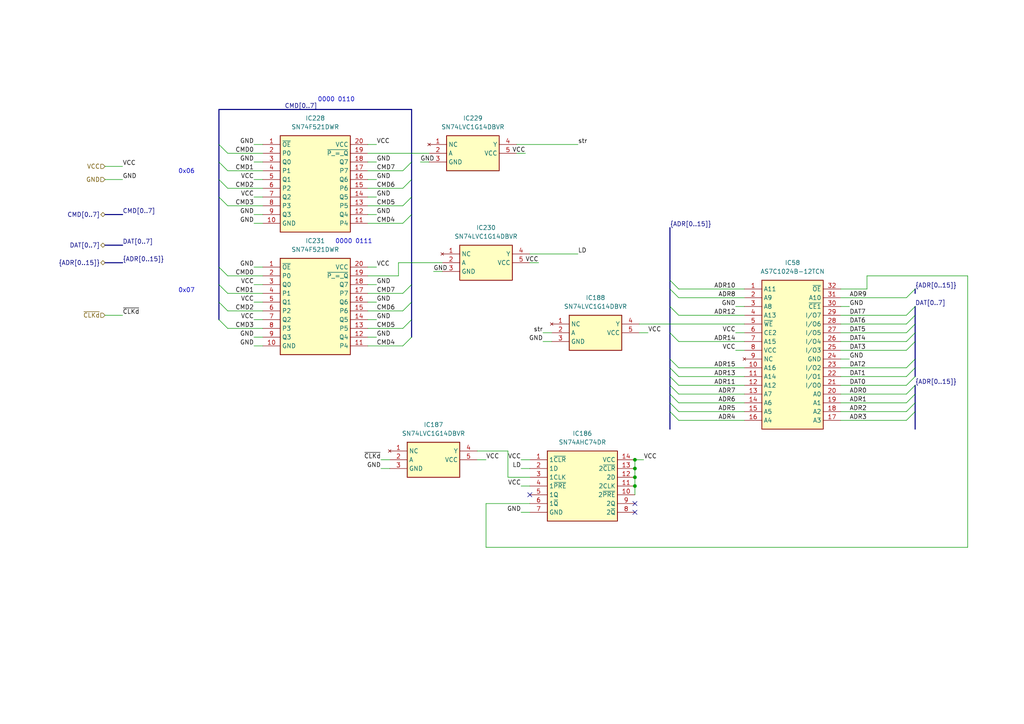
<source format=kicad_sch>
(kicad_sch (version 20250114) (generator "eeschema") (generator_version "9.0")
  (paper "A4")
  (lib_symbols
    (symbol "Samacsys:AS7C1024B-12TCN"
      (property "Reference" "IC" (at 24.13 7.62 0))
      (property "Value" "AS7C1024B-12TCN" (at 24.13 5.08 0))
      (symbol "AS7C1024B-12TCN_1_1"
        (rectangle (start 5.08 2.54) (end 22.86 -40.64) (stroke (width 0.254)) (fill (type background)))
        (pin passive line (at 0 0 0) (length 5.08) (name "A11") (number "1"))
        (pin passive line (at 0 -2.54 0) (length 5.08) (name "A9") (number "2"))
        (pin passive line (at 0 -5.08 0) (length 5.08) (name "A8") (number "3"))
        (pin passive line (at 0 -7.62 0) (length 5.08) (name "A13") (number "4"))
        (pin passive line (at 0 -10.16 0) (length 5.08) (name "~{WE}") (number "5"))
        (pin passive line (at 0 -12.7 0) (length 5.08) (name "CE2") (number "6"))
        (pin passive line (at 0 -15.24 0) (length 5.08) (name "A15") (number "7"))
        (pin passive line (at 0 -17.78 0) (length 5.08) (name "VCC") (number "8"))
        (pin no_connect line (at 0 -20.32 0) (length 5.08) (name "NC") (number "9"))
        (pin passive line (at 0 -22.86 0) (length 5.08) (name "A16") (number "10"))
        (pin passive line (at 0 -25.4 0) (length 5.08) (name "A14") (number "11"))
        (pin passive line (at 0 -27.94 0) (length 5.08) (name "A12") (number "12"))
        (pin passive line (at 0 -30.48 0) (length 5.08) (name "A7") (number "13"))
        (pin passive line (at 0 -33.02 0) (length 5.08) (name "A6") (number "14"))
        (pin passive line (at 0 -35.56 0) (length 5.08) (name "A5") (number "15"))
        (pin passive line (at 0 -38.1 0) (length 5.08) (name "A4") (number "16"))
        (pin passive line (at 27.94 0 180) (length 5.08) (name "~{OE}") (number "32"))
        (pin passive line (at 27.94 -2.54 180) (length 5.08) (name "A10") (number "31"))
        (pin passive line (at 27.94 -5.08 180) (length 5.08) (name "~{CE1}") (number "30"))
        (pin passive line (at 27.94 -7.62 180) (length 5.08) (name "I/O7") (number "29"))
        (pin passive line (at 27.94 -10.16 180) (length 5.08) (name "I/O6") (number "28"))
        (pin passive line (at 27.94 -12.7 180) (length 5.08) (name "I/O5") (number "27"))
        (pin passive line (at 27.94 -15.24 180) (length 5.08) (name "I/O4") (number "26"))
        (pin passive line (at 27.94 -17.78 180) (length 5.08) (name "I/O3") (number "25"))
        (pin passive line (at 27.94 -20.32 180) (length 5.08) (name "GND") (number "24"))
        (pin passive line (at 27.94 -22.86 180) (length 5.08) (name "I/O2") (number "23"))
        (pin passive line (at 27.94 -25.4 180) (length 5.08) (name "I/O1") (number "22"))
        (pin passive line (at 27.94 -27.94 180) (length 5.08) (name "I/O0") (number "21"))
        (pin passive line (at 27.94 -30.48 180) (length 5.08) (name "A0") (number "20"))
        (pin passive line (at 27.94 -33.02 180) (length 5.08) (name "A1") (number "19"))
        (pin passive line (at 27.94 -35.56 180) (length 5.08) (name "A2") (number "18"))
        (pin passive line (at 27.94 -38.1 180) (length 5.08) (name "A3") (number "17"))
      )
    )
    (symbol "Samacsys:SN74AHC74DR"
      (property "Reference" "IC" (at 26.67 7.62 0))
      (property "Value" "SN74AHC74DR" (at 26.67 5.08 0))
      (symbol "SN74AHC74DR_1_1"
        (rectangle (start 5.08 2.54) (end 25.4 -17.78) (stroke (width 0.254)) (fill (type background)))
        (pin passive line (at 0 0 0) (length 5.08) (name "1~{CLR}") (number "1"))
        (pin passive line (at 0 -2.54 0) (length 5.08) (name "1D") (number "2"))
        (pin passive line (at 0 -5.08 0) (length 5.08) (name "1CLK") (number "3"))
        (pin passive line (at 0 -7.62 0) (length 5.08) (name "1~{PRE}") (number "4"))
        (pin passive line (at 0 -10.16 0) (length 5.08) (name "1Q") (number "5"))
        (pin passive line (at 0 -12.7 0) (length 5.08) (name "1~{Q}") (number "6"))
        (pin passive line (at 0 -15.24 0) (length 5.08) (name "GND") (number "7"))
        (pin passive line (at 30.48 0 180) (length 5.08) (name "VCC") (number "14"))
        (pin passive line (at 30.48 -2.54 180) (length 5.08) (name "2~{CLR}") (number "13"))
        (pin passive line (at 30.48 -5.08 180) (length 5.08) (name "2D") (number "12"))
        (pin passive line (at 30.48 -7.62 180) (length 5.08) (name "2CLK") (number "11"))
        (pin passive line (at 30.48 -10.16 180) (length 5.08) (name "2~{PRE}") (number "10"))
        (pin passive line (at 30.48 -12.7 180) (length 5.08) (name "2Q") (number "9"))
        (pin passive line (at 30.48 -15.24 180) (length 5.08) (name "2~{Q}") (number "8"))
      )
    )
    (symbol "Samacsys:SN74F521DWR"
      (property "Reference" "IC" (at 26.67 7.62 0))
      (property "Value" "SN74F521DWR" (at 26.67 5.08 0))
      (symbol "SN74F521DWR_1_1"
        (rectangle (start 5.08 2.54) (end 25.4 -25.4) (stroke (width 0.254)) (fill (type background)))
        (pin passive line (at 0 0 0) (length 5.08) (name "~{OE}") (number "1"))
        (pin passive line (at 0 -2.54 0) (length 5.08) (name "P0") (number "2"))
        (pin passive line (at 0 -5.08 0) (length 5.08) (name "Q0") (number "3"))
        (pin passive line (at 0 -7.62 0) (length 5.08) (name "P1") (number "4"))
        (pin passive line (at 0 -10.16 0) (length 5.08) (name "Q1") (number "5"))
        (pin passive line (at 0 -12.7 0) (length 5.08) (name "P2") (number "6"))
        (pin passive line (at 0 -15.24 0) (length 5.08) (name "Q2") (number "7"))
        (pin passive line (at 0 -17.78 0) (length 5.08) (name "P3") (number "8"))
        (pin passive line (at 0 -20.32 0) (length 5.08) (name "Q3") (number "9"))
        (pin passive line (at 0 -22.86 0) (length 5.08) (name "GND") (number "10"))
        (pin passive line (at 30.48 0 180) (length 5.08) (name "VCC") (number "20"))
        (pin passive line (at 30.48 -2.54 180) (length 5.08) (name "~{P_=_Q}") (number "19"))
        (pin passive line (at 30.48 -5.08 180) (length 5.08) (name "Q7") (number "18"))
        (pin passive line (at 30.48 -7.62 180) (length 5.08) (name "P7") (number "17"))
        (pin passive line (at 30.48 -10.16 180) (length 5.08) (name "Q6") (number "16"))
        (pin passive line (at 30.48 -12.7 180) (length 5.08) (name "P6") (number "15"))
        (pin passive line (at 30.48 -15.24 180) (length 5.08) (name "Q5") (number "14"))
        (pin passive line (at 30.48 -17.78 180) (length 5.08) (name "P5") (number "13"))
        (pin passive line (at 30.48 -20.32 180) (length 5.08) (name "Q4") (number "12"))
        (pin passive line (at 30.48 -22.86 180) (length 5.08) (name "P4") (number "11"))
      )
    )
    (symbol "Samacsys:SN74LVC1G14DBVR"
      (property "Reference" "IC" (at 21.59 7.62 0))
      (property "Value" "SN74LVC1G14DBVR" (at 21.59 5.08 0))
      (symbol "SN74LVC1G14DBVR_1_1"
        (rectangle (start 5.08 2.54) (end 20.32 -7.62) (stroke (width 0.254)) (fill (type background)))
        (pin no_connect line (at 0 0 0) (length 5.08) (name "NC") (number "1"))
        (pin passive line (at 0 -2.54 0) (length 5.08) (name "A") (number "2"))
        (pin passive line (at 0 -5.08 0) (length 5.08) (name "GND") (number "3"))
        (pin passive line (at 25.4 0 180) (length 5.08) (name "Y") (number "4"))
        (pin passive line (at 25.4 -2.54 180) (length 5.08) (name "VCC") (number "5"))
      )
    )
  )
  (text "0x07\n\n\n" (at 54.102 86.36 0) (effects (font (size 1.27 1.27))))
  (text "0x06\n\n" (at 54.102 50.8 0) (effects (font (size 1.27 1.27))))
  (text "0000 0111" (at 102.616 70.104 0) (effects (font (size 1.27 1.27))))
  (text "0000 0110" (at 97.536 28.956 0) (effects (font (size 1.27 1.27))))
  (junction (at 184.15 135.89))
  (junction (at 184.15 140.97))
  (junction (at 184.15 138.43))
  (junction (at 184.15 133.35))
  (no_connect (at 184.15 146.05))
  (no_connect (at 153.67 143.51))
  (no_connect (at 184.15 148.59))
  (bus_entry (at 194.31 106.68) (size 2.54 2.54))
  (bus_entry (at 63.5 52.07) (size 2.54 2.54))
  (bus_entry (at 262.89 114.3) (size 2.54 -2.54))
  (bus_entry (at 63.5 57.15) (size 2.54 2.54))
  (bus_entry (at 262.89 121.92) (size 2.54 -2.54))
  (bus_entry (at 194.31 81.28) (size 2.54 2.54))
  (bus_entry (at 194.31 116.84) (size 2.54 2.54))
  (bus_entry (at 63.5 77.47) (size 2.54 2.54))
  (bus_entry (at 262.89 93.98) (size 2.54 -2.54))
  (bus_entry (at 262.89 86.36) (size 2.54 -2.54))
  (bus_entry (at 63.5 82.55) (size 2.54 2.54))
  (bus_entry (at 194.31 104.14) (size 2.54 2.54))
  (bus_entry (at 119.38 46.99) (size -2.54 2.54))
  (bus_entry (at 119.38 87.63) (size -2.54 2.54))
  (bus_entry (at 63.5 92.71) (size 2.54 2.54))
  (bus_entry (at 262.89 119.38) (size 2.54 -2.54))
  (bus_entry (at 262.89 106.68) (size 2.54 -2.54))
  (bus_entry (at 194.31 114.3) (size 2.54 2.54))
  (bus_entry (at 262.89 91.44) (size 2.54 -2.54))
  (bus_entry (at 194.31 119.38) (size 2.54 2.54))
  (bus_entry (at 262.89 99.06) (size 2.54 -2.54))
  (bus_entry (at 63.5 41.91) (size 2.54 2.54))
  (bus_entry (at 63.5 46.99) (size 2.54 2.54))
  (bus_entry (at 119.38 57.15) (size -2.54 2.54))
  (bus_entry (at 194.31 88.9) (size 2.54 2.54))
  (bus_entry (at 119.38 52.07) (size -2.54 2.54))
  (bus_entry (at 262.89 96.52) (size 2.54 -2.54))
  (bus_entry (at 119.38 82.55) (size -2.54 2.54))
  (bus_entry (at 262.89 111.76) (size 2.54 -2.54))
  (bus_entry (at 262.89 101.6) (size 2.54 -2.54))
  (bus_entry (at 262.89 109.22) (size 2.54 -2.54))
  (bus_entry (at 63.5 87.63) (size 2.54 2.54))
  (bus_entry (at 194.31 96.52) (size 2.54 2.54))
  (bus_entry (at 119.38 62.23) (size -2.54 2.54))
  (bus_entry (at 194.31 111.76) (size 2.54 2.54))
  (bus_entry (at 119.38 97.79) (size -2.54 2.54))
  (bus_entry (at 194.31 109.22) (size 2.54 2.54))
  (bus_entry (at 119.38 92.71) (size -2.54 2.54))
  (bus_entry (at 262.89 116.84) (size 2.54 -2.54))
  (bus_entry (at 194.31 83.82) (size 2.54 2.54))
  (wire (pts (xy 140.97 158.75) (xy 280.67 158.75)))
  (wire (pts (xy 243.84 91.44) (xy 262.89 91.44)))
  (wire (pts (xy 213.36 88.9) (xy 215.9 88.9)))
  (wire (pts (xy 138.43 133.35) (xy 140.97 133.35)))
  (bus (pts (xy 119.38 52.07) (xy 119.38 57.15)))
  (bus (pts (xy 63.5 31.75) (xy 119.38 31.75)))
  (wire (pts (xy 184.15 140.97) (xy 184.15 143.51)))
  (bus (pts (xy 194.31 81.28) (xy 194.31 66.04)))
  (wire (pts (xy 149.86 44.45) (xy 152.4 44.45)))
  (bus (pts (xy 194.31 116.84) (xy 194.31 114.3)))
  (wire (pts (xy 149.86 41.91) (xy 167.64 41.91)))
  (wire (pts (xy 121.92 46.99) (xy 124.46 46.99)))
  (wire (pts (xy 151.13 135.89) (xy 153.67 135.89)))
  (wire (pts (xy 153.67 133.35) (xy 151.13 133.35)))
  (wire (pts (xy 196.85 111.76) (xy 215.9 111.76)))
  (wire (pts (xy 116.84 59.69) (xy 106.68 59.69)))
  (wire (pts (xy 243.84 101.6) (xy 262.89 101.6)))
  (wire (pts (xy 215.9 96.52) (xy 213.36 96.52)))
  (bus (pts (xy 63.5 46.99) (xy 63.5 41.91)))
  (bus (pts (xy 194.31 96.52) (xy 194.31 88.9)))
  (wire (pts (xy 185.42 96.52) (xy 187.96 96.52)))
  (bus (pts (xy 194.31 106.68) (xy 194.31 104.14)))
  (bus (pts (xy 119.38 62.23) (xy 119.38 82.55)))
  (wire (pts (xy 73.66 97.79) (xy 76.2 97.79)))
  (wire (pts (xy 116.84 100.33) (xy 106.68 100.33)))
  (wire (pts (xy 157.48 99.06) (xy 160.02 99.06)))
  (wire (pts (xy 196.85 121.92) (xy 215.9 121.92)))
  (bus (pts (xy 119.38 82.55) (xy 119.38 87.63)))
  (wire (pts (xy 106.68 92.71) (xy 109.22 92.71)))
  (bus (pts (xy 194.31 104.14) (xy 194.31 96.52)))
  (bus (pts (xy 194.31 124.46) (xy 194.31 119.38)))
  (wire (pts (xy 109.22 82.55) (xy 106.68 82.55)))
  (wire (pts (xy 151.13 148.59) (xy 153.67 148.59)))
  (bus (pts (xy 119.38 57.15) (xy 119.38 62.23)))
  (bus (pts (xy 30.48 76.2) (xy 35.56 76.2)))
  (wire (pts (xy 106.68 57.15) (xy 109.22 57.15)))
  (bus (pts (xy 265.43 91.44) (xy 265.43 93.98)))
  (wire (pts (xy 147.32 130.81) (xy 147.32 138.43)))
  (bus (pts (xy 194.31 83.82) (xy 194.31 88.9)))
  (wire (pts (xy 109.22 52.07) (xy 106.68 52.07)))
  (wire (pts (xy 185.42 93.98) (xy 215.9 93.98)))
  (wire (pts (xy 73.66 64.77) (xy 76.2 64.77)))
  (wire (pts (xy 73.66 57.15) (xy 76.2 57.15)))
  (bus (pts (xy 63.5 52.07) (xy 63.5 46.99)))
  (bus (pts (xy 63.5 82.55) (xy 63.5 77.47)))
  (wire (pts (xy 243.84 109.22) (xy 262.89 109.22)))
  (bus (pts (xy 30.48 62.23) (xy 35.56 62.23)))
  (wire (pts (xy 246.38 88.9) (xy 243.84 88.9)))
  (wire (pts (xy 196.85 86.36) (xy 215.9 86.36)))
  (wire (pts (xy 66.04 44.45) (xy 76.2 44.45)))
  (wire (pts (xy 196.85 83.82) (xy 215.9 83.82)))
  (wire (pts (xy 73.66 100.33) (xy 76.2 100.33)))
  (wire (pts (xy 153.67 73.66) (xy 167.64 73.66)))
  (bus (pts (xy 265.43 88.9) (xy 265.43 91.44)))
  (wire (pts (xy 243.84 119.38) (xy 262.89 119.38)))
  (wire (pts (xy 115.57 80.01) (xy 106.68 80.01)))
  (wire (pts (xy 116.84 54.61) (xy 106.68 54.61)))
  (wire (pts (xy 243.84 114.3) (xy 262.89 114.3)))
  (bus (pts (xy 194.31 109.22) (xy 194.31 106.68)))
  (wire (pts (xy 184.15 133.35) (xy 184.15 135.89)))
  (wire (pts (xy 196.85 91.44) (xy 215.9 91.44)))
  (bus (pts (xy 119.38 92.71) (xy 119.38 97.79)))
  (wire (pts (xy 66.04 90.17) (xy 76.2 90.17)))
  (wire (pts (xy 106.68 77.47) (xy 109.22 77.47)))
  (wire (pts (xy 243.84 93.98) (xy 262.89 93.98)))
  (bus (pts (xy 265.43 116.84) (xy 265.43 119.38)))
  (bus (pts (xy 119.38 46.99) (xy 119.38 52.07)))
  (wire (pts (xy 115.57 76.2) (xy 115.57 80.01)))
  (bus (pts (xy 63.5 41.91) (xy 63.5 31.75)))
  (wire (pts (xy 243.84 106.68) (xy 262.89 106.68)))
  (wire (pts (xy 73.66 77.47) (xy 76.2 77.47)))
  (wire (pts (xy 115.57 76.2) (xy 128.27 76.2)))
  (wire (pts (xy 109.22 97.79) (xy 106.68 97.79)))
  (bus (pts (xy 265.43 83.82) (xy 265.43 85.09)))
  (wire (pts (xy 196.85 106.68) (xy 215.9 106.68)))
  (bus (pts (xy 265.43 99.06) (xy 265.43 104.14)))
  (bus (pts (xy 119.38 87.63) (xy 119.38 92.71)))
  (bus (pts (xy 63.5 87.63) (xy 63.5 82.55)))
  (wire (pts (xy 116.84 64.77) (xy 106.68 64.77)))
  (wire (pts (xy 66.04 49.53) (xy 76.2 49.53)))
  (wire (pts (xy 140.97 146.05) (xy 140.97 158.75)))
  (wire (pts (xy 243.84 86.36) (xy 262.89 86.36)))
  (wire (pts (xy 184.15 138.43) (xy 184.15 140.97)))
  (wire (pts (xy 138.43 130.81) (xy 147.32 130.81)))
  (wire (pts (xy 109.22 87.63) (xy 106.68 87.63)))
  (wire (pts (xy 116.84 95.25) (xy 106.68 95.25)))
  (wire (pts (xy 116.84 90.17) (xy 106.68 90.17)))
  (wire (pts (xy 109.22 62.23) (xy 106.68 62.23)))
  (bus (pts (xy 194.31 114.3) (xy 194.31 111.76)))
  (wire (pts (xy 73.66 82.55) (xy 76.2 82.55)))
  (wire (pts (xy 66.04 59.69) (xy 76.2 59.69)))
  (wire (pts (xy 66.04 95.25) (xy 76.2 95.25)))
  (wire (pts (xy 243.84 111.76) (xy 262.89 111.76)))
  (wire (pts (xy 280.67 80.01) (xy 280.67 158.75)))
  (bus (pts (xy 265.43 106.68) (xy 265.43 109.22)))
  (bus (pts (xy 194.31 111.76) (xy 194.31 109.22)))
  (wire (pts (xy 251.46 83.82) (xy 251.46 80.01)))
  (wire (pts (xy 30.48 48.26) (xy 35.56 48.26)))
  (bus (pts (xy 63.5 57.15) (xy 63.5 52.07)))
  (wire (pts (xy 30.48 52.07) (xy 35.56 52.07)))
  (wire (pts (xy 110.49 135.89) (xy 113.03 135.89)))
  (wire (pts (xy 73.66 87.63) (xy 76.2 87.63)))
  (wire (pts (xy 106.68 41.91) (xy 109.22 41.91)))
  (wire (pts (xy 184.15 135.89) (xy 184.15 138.43)))
  (wire (pts (xy 243.84 99.06) (xy 262.89 99.06)))
  (bus (pts (xy 265.43 104.14) (xy 265.43 106.68)))
  (wire (pts (xy 73.66 62.23) (xy 76.2 62.23)))
  (bus (pts (xy 194.31 119.38) (xy 194.31 116.84)))
  (wire (pts (xy 243.84 96.52) (xy 262.89 96.52)))
  (bus (pts (xy 265.43 114.3) (xy 265.43 116.84)))
  (wire (pts (xy 66.04 54.61) (xy 76.2 54.61)))
  (bus (pts (xy 63.5 92.71) (xy 63.5 87.63)))
  (wire (pts (xy 196.85 114.3) (xy 215.9 114.3)))
  (bus (pts (xy 265.43 111.76) (xy 265.43 114.3)))
  (wire (pts (xy 184.15 133.35) (xy 186.69 133.35)))
  (wire (pts (xy 153.67 146.05) (xy 140.97 146.05)))
  (wire (pts (xy 251.46 80.01) (xy 280.67 80.01)))
  (wire (pts (xy 196.85 109.22) (xy 215.9 109.22)))
  (wire (pts (xy 215.9 101.6) (xy 213.36 101.6)))
  (wire (pts (xy 66.04 85.09) (xy 76.2 85.09)))
  (wire (pts (xy 73.66 52.07) (xy 76.2 52.07)))
  (wire (pts (xy 196.85 116.84) (xy 215.9 116.84)))
  (bus (pts (xy 30.48 71.12) (xy 35.56 71.12)))
  (wire (pts (xy 116.84 85.09) (xy 106.68 85.09)))
  (wire (pts (xy 73.66 41.91) (xy 76.2 41.91)))
  (wire (pts (xy 246.38 104.14) (xy 243.84 104.14)))
  (bus (pts (xy 265.43 96.52) (xy 265.43 99.06)))
  (wire (pts (xy 73.66 46.99) (xy 76.2 46.99)))
  (wire (pts (xy 243.84 121.92) (xy 262.89 121.92)))
  (wire (pts (xy 73.66 92.71) (xy 76.2 92.71)))
  (bus (pts (xy 63.5 57.15) (xy 63.5 77.47)))
  (wire (pts (xy 106.68 44.45) (xy 124.46 44.45)))
  (wire (pts (xy 153.67 140.97) (xy 151.13 140.97)))
  (wire (pts (xy 157.48 96.52) (xy 160.02 96.52)))
  (wire (pts (xy 147.32 138.43) (xy 153.67 138.43)))
  (wire (pts (xy 243.84 83.82) (xy 251.46 83.82)))
  (bus (pts (xy 265.43 119.38) (xy 265.43 124.46)))
  (wire (pts (xy 196.85 99.06) (xy 215.9 99.06)))
  (wire (pts (xy 243.84 116.84) (xy 262.89 116.84)))
  (bus (pts (xy 194.31 83.82) (xy 194.31 81.28)))
  (wire (pts (xy 125.73 78.74) (xy 128.27 78.74)))
  (wire (pts (xy 153.67 76.2) (xy 156.21 76.2)))
  (wire (pts (xy 196.85 119.38) (xy 215.9 119.38)))
  (bus (pts (xy 265.43 93.98) (xy 265.43 96.52)))
  (wire (pts (xy 116.84 49.53) (xy 106.68 49.53)))
  (wire (pts (xy 110.49 133.35) (xy 113.03 133.35)))
  (wire (pts (xy 109.22 46.99) (xy 106.68 46.99)))
  (wire (pts (xy 66.04 80.01) (xy 76.2 80.01)))
  (wire (pts (xy 30.48 91.44) (xy 35.56 91.44)))
  (bus (pts (xy 119.38 31.75) (xy 119.38 46.99)))
  (label "DAT4" (at 246.38 99.06 0))
  (label "CMD6" (at 109.22 54.61 0))
  (label "GND" (at 35.56 52.07 0))
  (label "GND" (at 157.48 99.06 180))
  (label "ADR7" (at 213.36 114.3 180))
  (label "GND" (at 246.38 104.14 0))
  (label "VCC" (at 151.13 133.35 180))
  (label "DAT0" (at 246.38 111.76 0))
  (label "GND" (at 109.22 87.63 0))
  (label "{ADR[0..15]}" (at 194.31 66.04 0))
  (label "ADR1" (at 246.38 116.84 0))
  (label "ADR13" (at 213.36 109.22 180))
  (label "GND" (at 109.22 82.55 0))
  (label "VCC" (at 73.66 52.07 180))
  (label "CMD5" (at 109.22 95.25 0))
  (label "VCC" (at 109.22 41.91 0))
  (label "GND" (at 73.66 41.91 180))
  (label "DAT1" (at 246.38 109.22 0))
  (label "GND" (at 73.66 46.99 180))
  (label "VCC" (at 73.66 92.71 180))
  (label "GND" (at 73.66 62.23 180))
  (label "{ADR[0..15]}" (at 35.56 76.2 0))
  (label "str" (at 157.48 96.52 180))
  (label "CMD5" (at 109.22 59.69 0))
  (label "ADR15" (at 213.36 106.68 180))
  (label "GND" (at 73.66 77.47 180))
  (label "ADR9" (at 246.38 86.36 0))
  (label "CMD4" (at 109.22 64.77 0))
  (label "CMD[0..7]" (at 82.55 31.75 0))
  (label "GND" (at 73.66 64.77 180))
  (label "VCC" (at 140.97 133.35 0))
  (label "VCC" (at 35.56 48.26 0))
  (label "VCC" (at 151.13 140.97 180))
  (label "CMD0" (at 73.66 80.01 180))
  (label "LD" (at 151.13 135.89 180))
  (label "GND" (at 109.22 52.07 0))
  (label "VCC" (at 186.69 133.35 0))
  (label "ADR3" (at 246.38 121.92 0))
  (label "DAT[0..7]" (at 35.56 71.12 0))
  (label "DAT3" (at 246.38 101.6 0))
  (label "~{CLKd}" (at 35.56 91.44 0))
  (label "GND" (at 73.66 100.33 180))
  (label "ADR10" (at 213.36 83.82 180))
  (label "VCC" (at 73.66 57.15 180))
  (label "CMD3" (at 73.66 59.69 180))
  (label "ADR8" (at 213.36 86.36 180))
  (label "CMD1" (at 73.66 85.09 180))
  (label "GND" (at 125.73 78.74 0))
  (label "~{CLKd}" (at 110.49 133.35 180))
  (label "LD" (at 167.64 73.66 0))
  (label "VCC" (at 73.66 87.63 180))
  (label "GND" (at 109.22 46.99 0))
  (label "DAT6" (at 246.38 93.98 0))
  (label "GND" (at 121.92 46.99 0))
  (label "VCC" (at 109.22 77.47 0))
  (label "CMD7" (at 109.22 85.09 0))
  (label "DAT7" (at 246.38 91.44 0))
  (label "VCC" (at 213.36 96.52 180))
  (label "CMD[0..7]" (at 35.56 62.23 0))
  (label "DAT2" (at 246.38 106.68 0))
  (label "ADR6" (at 213.36 116.84 180))
  (label "CMD2" (at 73.66 54.61 180))
  (label "VCC" (at 156.21 76.2 180))
  (label "ADR0" (at 246.38 114.3 0))
  (label "CMD4" (at 109.22 100.33 0))
  (label "ADR2" (at 246.38 119.38 0))
  (label "ADR14" (at 213.36 99.06 180))
  (label "CMD1" (at 73.66 49.53 180))
  (label "str" (at 167.64 41.91 0))
  (label "GND" (at 109.22 62.23 0))
  (label "GND" (at 246.38 88.9 0))
  (label "GND" (at 151.13 148.59 180))
  (label "DAT[0..7]" (at 265.43 88.9 0))
  (label "CMD6" (at 109.22 90.17 0))
  (label "{ADR[0..15]}" (at 265.43 111.76 0))
  (label "GND" (at 109.22 92.71 0))
  (label "ADR4" (at 213.36 121.92 180))
  (label "CMD7" (at 109.22 49.53 0))
  (label "ADR11" (at 213.36 111.76 180))
  (label "CMD3" (at 73.66 95.25 180))
  (label "VCC" (at 187.96 96.52 0))
  (label "VCC" (at 213.36 101.6 180))
  (label "CMD2" (at 73.66 90.17 180))
  (label "GND" (at 110.49 135.89 180))
  (label "GND" (at 109.22 57.15 0))
  (label "GND" (at 109.22 97.79 0))
  (label "DAT5" (at 246.38 96.52 0))
  (label "CMD0" (at 73.66 44.45 180))
  (label "VCC" (at 152.4 44.45 180))
  (label "GND" (at 73.66 97.79 180))
  (label "{ADR[0..15]}" (at 265.43 83.82 0))
  (label "ADR5" (at 213.36 119.38 180))
  (label "ADR12" (at 213.36 91.44 180))
  (label "VCC" (at 73.66 82.55 180))
  (label "GND" (at 213.36 88.9 180))
  (hierarchical_label "CMD[0..7]" (shape tri_state) (at 30.48 62.23 180))
  (hierarchical_label "DAT[0..7]" (shape tri_state) (at 30.48 71.12 180))
  (hierarchical_label "VCC" (shape input) (at 30.48 48.26 180))
  (hierarchical_label "{ADR[0..15]}" (shape tri_state) (at 30.48 76.2 180))
  (hierarchical_label "~{CLKd}" (shape input) (at 30.48 91.44 180))
  (hierarchical_label "GND" (shape input) (at 30.48 52.07 180))
  (symbol (lib_id "Samacsys:SN74LVC1G14DBVR") (at 113.03 130.81 0) (unit 1)
    (property "Reference" "IC187" (at 125.73 123.19 0))
    (property "Value" "SN74LVC1G14DBVR" (at 125.73 125.73 0))
    (property "Footprint" "Samacsys:SOT95P280X145-5N" (effects (hide yes)))
    (property "Datasheet" "https://datasheet.datasheetarchive.com/originals/distributors/Datasheets-DGA13/1136296.pdf" (effects (hide yes)))
    (property "Description" "TEXAS INSTRUMENTS - SN74LVC1G14DBVR - IC, SCHMITT TRIGGER INVERTER, SMD" (effects (hide yes)))
    (property "Height" "1.45" (effects (hide yes)))
    (property "Mouser Part Number" "595-SN74LVC1G14DBVR" (effects (hide yes)))
    (property "Mouser Price/Stock" "https://www.mouser.co.uk/ProductDetail/Texas-Instruments/SN74LVC1G14DBVR?qs=dT9u2OTAaVWRIgCrQFnxuQ%3D%3D" (effects (hide yes)))
    (property "Manufacturer_Name" "Texas Instruments" (effects (hide yes)))
    (property "Manufacturer_Part_Number" "SN74LVC1G14DBVR" (effects (hide yes)))
  )
  (symbol (lib_id "Samacsys:SN74AHC74DR") (at 153.67 133.35 0) (unit 1)
    (property "Reference" "IC186" (at 168.91 125.73 0))
    (property "Value" "SN74AHC74DR" (at 168.91 128.27 0))
    (property "Footprint" "Samacsys:SOIC127P600X175-14N" (effects (hide yes)))
    (property "Datasheet" "http://www.ti.com/lit/gpn/sn74ahc74" (effects (hide yes)))
    (property "Description" "Dual Positive-Edge-Triggered D-Type Flip-Flops With Clear and Preset" (effects (hide yes)))
    (property "Height" "1.75" (effects (hide yes)))
    (property "Mouser Part Number" "595-SN74AHC74DR" (effects (hide yes)))
    (property "Mouser Price/Stock" "https://www.mouser.co.uk/ProductDetail/Texas-Instruments/SN74AHC74DR?qs=st7IWvlL5%2FgP9OJq63EsFQ%3D%3D" (effects (hide yes)))
    (property "Manufacturer_Name" "Texas Instruments" (effects (hide yes)))
    (property "Manufacturer_Part_Number" "SN74AHC74DR" (effects (hide yes)))
  )
  (symbol (lib_id "Samacsys:SN74F521DWR") (at 76.2 77.47 0) (unit 1)
    (property "Reference" "IC231" (at 91.44 69.85 0))
    (property "Value" "SN74F521DWR" (at 91.44 72.39 0))
    (property "Footprint" "Samacsys:SOIC127P1030X265-20N" (effects (hide yes)))
    (property "Datasheet" "http://www.ti.com/lit/gpn/sn74f521" (effects (hide yes)))
    (property "Description" "8-Bit Identity/Magnitude Comparators (P=Q) with Enable" (effects (hide yes)))
    (property "Height" "2.65" (effects (hide yes)))
    (property "Mouser Part Number" "595-SN74F521DWR" (effects (hide yes)))
    (property "Mouser Price/Stock" "https://www.mouser.co.uk/ProductDetail/Texas-Instruments/SN74F521DWR?qs=mE33ZKBHyE6Hxf0oNfiDUg%3D%3D" (effects (hide yes)))
    (property "Manufacturer_Name" "Texas Instruments" (effects (hide yes)))
    (property "Manufacturer_Part_Number" "SN74F521DWR" (effects (hide yes)))
  )
  (symbol (lib_id "Samacsys:SN74F521DWR") (at 76.2 41.91 0) (unit 1)
    (property "Reference" "IC228" (at 91.44 34.29 0))
    (property "Value" "SN74F521DWR" (at 91.44 36.83 0))
    (property "Footprint" "Samacsys:SOIC127P1030X265-20N" (effects (hide yes)))
    (property "Datasheet" "http://www.ti.com/lit/gpn/sn74f521" (effects (hide yes)))
    (property "Description" "8-Bit Identity/Magnitude Comparators (P=Q) with Enable" (effects (hide yes)))
    (property "Height" "2.65" (effects (hide yes)))
    (property "Mouser Part Number" "595-SN74F521DWR" (effects (hide yes)))
    (property "Mouser Price/Stock" "https://www.mouser.co.uk/ProductDetail/Texas-Instruments/SN74F521DWR?qs=mE33ZKBHyE6Hxf0oNfiDUg%3D%3D" (effects (hide yes)))
    (property "Manufacturer_Name" "Texas Instruments" (effects (hide yes)))
    (property "Manufacturer_Part_Number" "SN74F521DWR" (effects (hide yes)))
  )
  (symbol (lib_id "Samacsys:SN74LVC1G14DBVR") (at 128.27 73.66 0) (unit 1)
    (property "Reference" "IC230" (at 140.97 66.04 0))
    (property "Value" "SN74LVC1G14DBVR" (at 140.97 68.58 0))
    (property "Footprint" "Samacsys:SOT95P280X145-5N" (effects (hide yes)))
    (property "Datasheet" "https://datasheet.datasheetarchive.com/originals/distributors/Datasheets-DGA13/1136296.pdf" (effects (hide yes)))
    (property "Description" "TEXAS INSTRUMENTS - SN74LVC1G14DBVR - IC, SCHMITT TRIGGER INVERTER, SMD" (effects (hide yes)))
    (property "Height" "1.45" (effects (hide yes)))
    (property "Mouser Part Number" "595-SN74LVC1G14DBVR" (effects (hide yes)))
    (property "Mouser Price/Stock" "https://www.mouser.co.uk/ProductDetail/Texas-Instruments/SN74LVC1G14DBVR?qs=dT9u2OTAaVWRIgCrQFnxuQ%3D%3D" (effects (hide yes)))
    (property "Manufacturer_Name" "Texas Instruments" (effects (hide yes)))
    (property "Manufacturer_Part_Number" "SN74LVC1G14DBVR" (effects (hide yes)))
  )
  (symbol (lib_id "Samacsys:SN74LVC1G14DBVR") (at 124.46 41.91 0) (unit 1)
    (property "Reference" "IC229" (at 137.16 34.29 0))
    (property "Value" "SN74LVC1G14DBVR" (at 137.16 36.83 0))
    (property "Footprint" "Samacsys:SOT95P280X145-5N" (effects (hide yes)))
    (property "Datasheet" "https://datasheet.datasheetarchive.com/originals/distributors/Datasheets-DGA13/1136296.pdf" (effects (hide yes)))
    (property "Description" "TEXAS INSTRUMENTS - SN74LVC1G14DBVR - IC, SCHMITT TRIGGER INVERTER, SMD" (effects (hide yes)))
    (property "Height" "1.45" (effects (hide yes)))
    (property "Mouser Part Number" "595-SN74LVC1G14DBVR" (effects (hide yes)))
    (property "Mouser Price/Stock" "https://www.mouser.co.uk/ProductDetail/Texas-Instruments/SN74LVC1G14DBVR?qs=dT9u2OTAaVWRIgCrQFnxuQ%3D%3D" (effects (hide yes)))
    (property "Manufacturer_Name" "Texas Instruments" (effects (hide yes)))
    (property "Manufacturer_Part_Number" "SN74LVC1G14DBVR" (effects (hide yes)))
  )
  (symbol (lib_id "Samacsys:AS7C1024B-12TCN") (at 215.9 83.82 0) (unit 1)
    (property "Reference" "IC58" (at 229.87 76.2 0))
    (property "Value" "AS7C1024B-12TCN" (at 229.87 78.74 0))
    (property "Footprint" "Samacsys:SOP50P2000X120-32N" (effects (hide yes)))
    (property "Datasheet" "https://mm.digikey.com/Volume0/opasdata/d220001/medias/docus/7135/PdfFile_316396.pdf" (effects (hide yes)))
    (property "Description" "Industrial and commercial temperatures  Organization: 131,072 words x 8 bits  High speed  10/12/15/20 ns address access time  5/6/7/8 ns output enable access time  Low power consumption: ACTIVE  605 mW / max @ 10 ns  Low power consumption: STANDBY  55 mW / max CMOS  Easy memory expansion with CE1, CE2, OE inputs  TTL/LVTTL-compatible, three-state I/O 32-pin JEDEC standard packages" (effects (hide yes)))
    (property "Height" "1.2" (effects (hide yes)))
    (property "Mouser Part Number" "913-AS7C1024B-12TCN" (effects (hide yes)))
    (property "Mouser Price/Stock" "https://www.mouser.co.uk/ProductDetail/Alliance-Memory/AS7C1024B-12TCN?qs=E5c5%252Bmu3i39p9b7hUnTiBw%3D%3D" (effects (hide yes)))
    (property "Manufacturer_Name" "Alliance Memory" (effects (hide yes)))
    (property "Manufacturer_Part_Number" "AS7C1024B-12TCN" (effects (hide yes)))
  )
  (symbol (lib_id "Samacsys:SN74LVC1G14DBVR") (at 160.02 93.98 0) (unit 1)
    (property "Reference" "IC188" (at 172.72 86.36 0))
    (property "Value" "SN74LVC1G14DBVR" (at 172.72 88.9 0))
    (property "Footprint" "Samacsys:SOT95P280X145-5N" (effects (hide yes)))
    (property "Datasheet" "https://datasheet.datasheetarchive.com/originals/distributors/Datasheets-DGA13/1136296.pdf" (effects (hide yes)))
    (property "Description" "TEXAS INSTRUMENTS - SN74LVC1G14DBVR - IC, SCHMITT TRIGGER INVERTER, SMD" (effects (hide yes)))
    (property "Height" "1.45" (effects (hide yes)))
    (property "Mouser Part Number" "595-SN74LVC1G14DBVR" (effects (hide yes)))
    (property "Mouser Price/Stock" "https://www.mouser.co.uk/ProductDetail/Texas-Instruments/SN74LVC1G14DBVR?qs=dT9u2OTAaVWRIgCrQFnxuQ%3D%3D" (effects (hide yes)))
    (property "Manufacturer_Name" "Texas Instruments" (effects (hide yes)))
    (property "Manufacturer_Part_Number" "SN74LVC1G14DBVR" (effects (hide yes)))
  )
)
</source>
